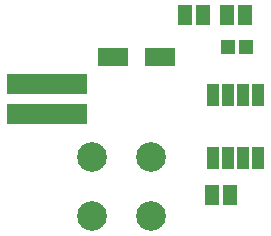
<source format=gts>
G04 (created by PCBNEW (2013-09-18 BZR 4323)-product) date Mon 07 Oct 2013 05:14:51 PM PDT*
%MOIN*%
G04 Gerber Fmt 3.4, Leading zero omitted, Abs format*
%FSLAX34Y34*%
G01*
G70*
G90*
G04 APERTURE LIST*
%ADD10C,0.005906*%
%ADD11C,0.098700*%
%ADD12R,0.043600X0.075100*%
%ADD13R,0.045000X0.065000*%
%ADD14R,0.098700X0.059400*%
%ADD15R,0.051500X0.051500*%
%ADD16R,0.270000X0.070000*%
G04 APERTURE END LIST*
G54D10*
G54D11*
X4974Y3919D03*
X4974Y1951D03*
X3006Y1951D03*
X3006Y3919D03*
G54D12*
X7040Y5985D03*
X7040Y3885D03*
X7540Y5985D03*
X8040Y5985D03*
X8540Y5985D03*
X7540Y3885D03*
X8040Y3885D03*
X8540Y3885D03*
G54D13*
X7590Y2635D03*
X6990Y2635D03*
X7490Y8635D03*
X8090Y8635D03*
X6690Y8635D03*
X6090Y8635D03*
G54D14*
X3703Y7235D03*
X5277Y7235D03*
G54D15*
X7545Y7560D03*
X8135Y7560D03*
G54D16*
X1495Y6325D03*
X1495Y5325D03*
M02*

</source>
